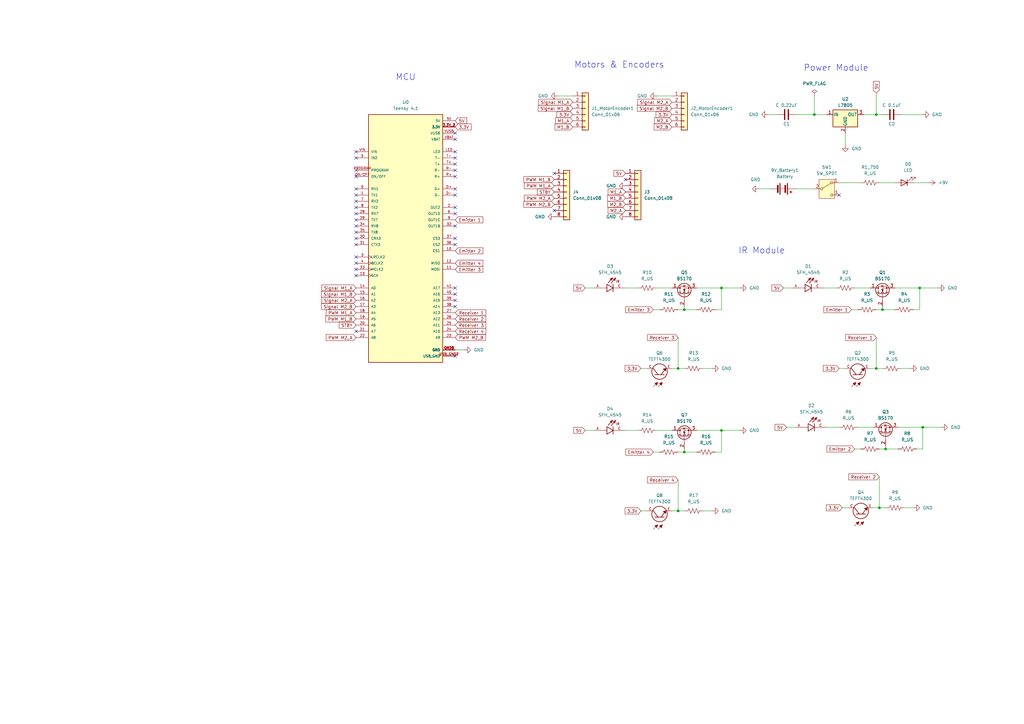
<source format=kicad_sch>
(kicad_sch (version 20250114) (generator "eeschema") (generator_version "9.0")
  (paper "A3")
  (lib_symbols
    (symbol "Connector_Generic:Conn_01x06" (pin_names (offset 1.016) (hide yes))
      (property "Reference" "J" (at 0 7.62 0))
      (property "Value" "Conn_01x06" (at 0 -10.16 0))
      (symbol "Conn_01x06_1_1"
        (pin passive line (at -5.08 5.08 0) (length 3.81) (name "Pin_1") (number "1"))
        (pin passive line (at -5.08 2.54 0) (length 3.81) (name "Pin_2") (number "2"))
        (pin passive line (at -5.08 0 0) (length 3.81) (name "Pin_3") (number "3"))
        (pin passive line (at -5.08 -2.54 0) (length 3.81) (name "Pin_4") (number "4"))
        (pin passive line (at -5.08 -5.08 0) (length 3.81) (name "Pin_5") (number "5"))
        (pin passive line (at -5.08 -7.62 0) (length 3.81) (name "Pin_6") (number "6"))
      )
    )
    (symbol "Connector_Generic:Conn_01x08" (pin_names (offset 1.016) (hide yes))
      (property "Reference" "J" (at 0 10.16 0))
      (property "Value" "Conn_01x08" (at 0 -12.7 0))
      (symbol "Conn_01x08_1_1"
        (pin passive line (at -5.08 7.62 0) (length 3.81) (name "Pin_1") (number "1"))
        (pin passive line (at -5.08 5.08 0) (length 3.81) (name "Pin_2") (number "2"))
        (pin passive line (at -5.08 2.54 0) (length 3.81) (name "Pin_3") (number "3"))
        (pin passive line (at -5.08 0 0) (length 3.81) (name "Pin_4") (number "4"))
        (pin passive line (at -5.08 -2.54 0) (length 3.81) (name "Pin_5") (number "5"))
        (pin passive line (at -5.08 -5.08 0) (length 3.81) (name "Pin_6") (number "6"))
        (pin passive line (at -5.08 -7.62 0) (length 3.81) (name "Pin_7") (number "7"))
        (pin passive line (at -5.08 -10.16 0) (length 3.81) (name "Pin_8") (number "8"))
      )
    )
    (symbol "Device:Battery" (pin_numbers (hide yes)) (pin_names (offset 0) (hide yes))
      (property "Reference" "BT" (at 2.54 2.54 0))
      (property "Value" "Battery" (at 2.54 0 0))
      (symbol "Battery_1_1"
        (pin passive line (at 0 5.08 270) (length 2.54) (name "+") (number "1"))
        (pin passive line (at 0 -5.08 90) (length 2.54) (name "-") (number "2"))
      )
    )
    (symbol "Device:C" (pin_numbers (hide yes)) (pin_names (offset 0.254))
      (property "Reference" "C" (at 0.635 2.54 0))
      (property "Value" "C" (at 0.635 -2.54 0))
      (symbol "C_1_1"
        (pin passive line (at 0 3.81 270) (length 2.794) (name "~") (number "1"))
        (pin passive line (at 0 -3.81 90) (length 2.794) (name "~") (number "2"))
      )
    )
    (symbol "Device:LED" (pin_numbers (hide yes)) (pin_names (offset 1.016) (hide yes))
      (property "Reference" "D" (at 0 2.54 0))
      (property "Value" "LED" (at 0 -2.54 0))
      (symbol "LED_1_1"
        (pin passive line (at -3.81 0 0) (length 2.54) (name "K") (number "1"))
        (pin passive line (at 3.81 0 180) (length 2.54) (name "A") (number "2"))
      )
    )
    (symbol "Device:R_US" (pin_numbers (hide yes)) (pin_names (offset 0))
      (property "Reference" "R" (at 2.54 0 90))
      (property "Value" "R_US" (at -2.54 0 90))
      (symbol "R_US_1_1"
        (pin passive line (at 0 3.81 270) (length 1.27) (name "~") (number "1"))
        (pin passive line (at 0 -3.81 90) (length 1.27) (name "~") (number "2"))
      )
    )
    (symbol "Regulator_Linear:L7805" (pin_names (offset 0.254))
      (property "Reference" "U" (at -3.81 3.175 0))
      (property "Value" "L7805" (at 0 3.175 0))
      (symbol "L7805_1_1"
        (pin power_in line (at -7.62 0 0) (length 2.54) (name "IN") (number "1"))
        (pin power_in line (at 0 -7.62 90) (length 2.54) (name "GND") (number "2"))
        (pin power_out line (at 7.62 0 180) (length 2.54) (name "OUT") (number "3"))
      )
    )
    (symbol "SFH_4545:SFH_4545" (pin_names (offset 1.016))
      (property "Reference" "D" (at -3.556 4.826 0))
      (property "Value" "SFH_4545" (at -3.556 -3.302 0))
      (symbol "SFH_4545_0_0"
        (text "IR" (at 1.016 2.032 0) (effects (font (size 1.016 1.016)) (justify left bottom)))
        (pin passive line (at -7.62 0 0) (length 2.54) (name "~") (number "A"))
        (pin passive line (at 5.08 0 180) (length 5.08) (name "~") (number "C"))
      )
    )
    (symbol "Switch:SW_SPDT" (pin_names (offset 0) (hide yes))
      (property "Reference" "SW" (at 0 5.08 0))
      (property "Value" "SW_SPDT" (at 0 -5.08 0))
      (symbol "SW_SPDT_1_1"
        (pin passive line (at -5.08 0 0) (length 2.54) (name "B") (number "2"))
        (pin passive line (at 5.08 2.54 180) (length 2.54) (name "A") (number "1"))
        (pin passive line (at 5.08 -2.54 180) (length 2.54) (name "C") (number "3"))
      )
    )
    (symbol "TEFT4300:TEFT4300" (pin_names (offset 1.016))
      (property "Reference" "Q" (at -10.1556 5.0822 0))
      (property "Value" "TEFT4300" (at -10.1508 -7.62 0))
      (symbol "TEFT4300_0_0"
        (pin passive line (at 2.54 5.08 270) (length 2.54) (name "~") (number "C"))
        (pin passive line (at 2.54 -5.08 90) (length 2.54) (name "~") (number "E"))
      )
    )
    (symbol "Teensy 4.1:DEV-16771" (pin_names (offset 1.016))
      (property "Reference" "U" (at -15.24 52.07 0))
      (property "Value" "DEV-16771" (at -15.24 -53.34 0))
      (symbol "DEV-16771_0_0"
        (pin input line (at -20.32 35.56 0) (length 5.08) (name "VIN") (number "VIN"))
        (pin bidirectional line (at -20.32 33.02 0) (length 5.08) (name "IN2") (number "5"))
        (pin bidirectional line (at -20.32 27.94 0) (length 5.08) (name "PROGRAM") (number "PROGRAM"))
        (pin bidirectional line (at -20.32 25.4 0) (length 5.08) (name "ON/OFF") (number "ON/OFF"))
        (pin bidirectional line (at -20.32 20.32 0) (length 5.08) (name "RX1") (number "0"))
        (pin bidirectional line (at -20.32 17.78 0) (length 5.08) (name "TX1") (number "1"))
        (pin bidirectional line (at -20.32 15.24 0) (length 5.08) (name "RX2") (number "7"))
        (pin bidirectional line (at -20.32 12.7 0) (length 5.08) (name "TX2") (number "8"))
        (pin bidirectional line (at -20.32 10.16 0) (length 5.08) (name "RX7") (number "28"))
        (pin bidirectional line (at -20.32 7.62 0) (length 5.08) (name "TX7") (number "29"))
        (pin bidirectional line (at -20.32 5.08 0) (length 5.08) (name "RX8") (number "34"))
        (pin bidirectional line (at -20.32 2.54 0) (length 5.08) (name "TX8") (number "35"))
        (pin bidirectional line (at -20.32 0 0) (length 5.08) (name "CRX3") (number "30"))
        (pin bidirectional line (at -20.32 -2.54 0) (length 5.08) (name "CTX3") (number "31"))
        (pin bidirectional clock (at -20.32 -7.62 0) (length 5.08) (name "LRCLK2") (number "3"))
        (pin bidirectional clock (at -20.32 -10.16 0) (length 5.08) (name "BCLK2") (number "4"))
        (pin bidirectional clock (at -20.32 -12.7 0) (length 5.08) (name "MCLK2") (number "33"))
        (pin bidirectional clock (at -20.32 -15.24 0) (length 5.08) (name "SCK") (number "13"))
        (pin bidirectional line (at -20.32 -20.32 0) (length 5.08) (name "A0") (number "14"))
        (pin bidirectional line (at -20.32 -22.86 0) (length 5.08) (name "A1") (number "15"))
        (pin bidirectional line (at -20.32 -25.4 0) (length 5.08) (name "A2") (number "16"))
        (pin bidirectional line (at -20.32 -27.94 0) (length 5.08) (name "A3") (number "17"))
        (pin bidirectional line (at -20.32 -30.48 0) (length 5.08) (name "A4") (number "18"))
        (pin bidirectional line (at -20.32 -33.02 0) (length 5.08) (name "A5") (number "19"))
        (pin bidirectional line (at -20.32 -35.56 0) (length 5.08) (name "A6") (number "20"))
        (pin bidirectional line (at -20.32 -38.1 0) (length 5.08) (name "A7") (number "21"))
        (pin bidirectional line (at -20.32 -40.64 0) (length 5.08) (name "A8") (number "22"))
        (pin power_in line (at 20.32 48.26 180) (length 5.08) (name "5V") (number "5V"))
        (pin power_in line (at 20.32 45.72 180) (length 5.08) (name "3.3V") (number "3.3V_1"))
        (pin power_in line (at 20.32 45.72 180) (length 5.08) (name "3.3V") (number "3.3V_2"))
        (pin power_in line (at 20.32 45.72 180) (length 5.08) (name "3.3V") (number "3.3V_3"))
        (pin passive line (at 20.32 43.18 180) (length 5.08) (name "VUSB") (number "VUSB"))
        (pin passive line (at 20.32 40.64 180) (length 5.08) (name "VBAT") (number "VBAT"))
        (pin bidirectional line (at 20.32 35.56 180) (length 5.08) (name "LED") (number "LED"))
        (pin bidirectional line (at 20.32 33.02 180) (length 5.08) (name "T-") (number "T-"))
        (pin bidirectional line (at 20.32 30.48 180) (length 5.08) (name "T+") (number "T+"))
        (pin bidirectional line (at 20.32 27.94 180) (length 5.08) (name "R-") (number "R-"))
        (pin bidirectional line (at 20.32 25.4 180) (length 5.08) (name "R+") (number "R+"))
        (pin bidirectional line (at 20.32 20.32 180) (length 5.08) (name "D+") (number "D+"))
        (pin bidirectional line (at 20.32 17.78 180) (length 5.08) (name "D-") (number "D-"))
        (pin output line (at 20.32 12.7 180) (length 5.08) (name "OUT2") (number "2"))
        (pin output line (at 20.32 10.16 180) (length 5.08) (name "OUT1D") (number "6"))
        (pin output line (at 20.32 7.62 180) (length 5.08) (name "OUT1C") (number "9"))
        (pin output line (at 20.32 5.08 180) (length 5.08) (name "OUT1B") (number "32"))
        (pin bidirectional line (at 20.32 0 180) (length 5.08) (name "CS3") (number "37"))
        (pin bidirectional line (at 20.32 -2.54 180) (length 5.08) (name "CS2") (number "36"))
        (pin bidirectional line (at 20.32 -5.08 180) (length 5.08) (name "CS1") (number "10"))
        (pin bidirectional line (at 20.32 -10.16 180) (length 5.08) (name "MISO") (number "12"))
        (pin bidirectional line (at 20.32 -12.7 180) (length 5.08) (name "MOSI") (number "11"))
        (pin bidirectional line (at 20.32 -20.32 180) (length 5.08) (name "A17") (number "41"))
        (pin bidirectional line (at 20.32 -22.86 180) (length 5.08) (name "A16") (number "40"))
        (pin bidirectional line (at 20.32 -25.4 180) (length 5.08) (name "A15") (number "39"))
        (pin bidirectional line (at 20.32 -27.94 180) (length 5.08) (name "A14") (number "38"))
        (pin bidirectional line (at 20.32 -30.48 180) (length 5.08) (name "A13") (number "27"))
        (pin bidirectional line (at 20.32 -33.02 180) (length 5.08) (name "A12") (number "26"))
        (pin bidirectional line (at 20.32 -35.56 180) (length 5.08) (name "A11") (number "25"))
        (pin bidirectional line (at 20.32 -38.1 180) (length 5.08) (name "A10") (number "24"))
        (pin bidirectional line (at 20.32 -40.64 180) (length 5.08) (name "A9") (number "23"))
        (pin power_in line (at 20.32 -45.72 180) (length 5.08) (name "GND") (number "GND1"))
        (pin power_in line (at 20.32 -45.72 180) (length 5.08) (name "GND") (number "GND2"))
        (pin power_in line (at 20.32 -45.72 180) (length 5.08) (name "GND") (number "GND3"))
        (pin power_in line (at 20.32 -45.72 180) (length 5.08) (name "GND") (number "GND4"))
        (pin power_in line (at 20.32 -45.72 180) (length 5.08) (name "GND") (number "GND5"))
        (pin power_in line (at 20.32 -48.26 180) (length 5.08) (name "USB_GND") (number "USB_GND1"))
        (pin power_in line (at 20.32 -48.26 180) (length 5.08) (name "USB_GND") (number "USB_GND2"))
      )
    )
    (symbol "Transistor_FET:BS170" (pin_names (hide yes))
      (property "Reference" "Q" (at 5.08 1.905 0))
      (property "Value" "BS170" (at 5.08 0 0))
      (symbol "BS170_1_1"
        (pin input line (at -5.08 0 0) (length 2.54) (name "G") (number "2"))
        (pin passive line (at 2.54 5.08 270) (length 2.54) (name "D") (number "1"))
        (pin passive line (at 2.54 -5.08 90) (length 2.54) (name "S") (number "3"))
      )
    )
    (symbol "power:+7.5V" (power) (pin_numbers (hide yes)) (pin_names (offset 0) (hide yes))
      (property "Value" "+7.5V" (at 0 3.556 0))
      (symbol "+7.5V_1_1"
        (pin power_in line (at 0 0 90) (length 0) (name "~") (number "1"))
      )
    )
    (symbol "power:GND" (power) (pin_numbers (hide yes)) (pin_names (offset 0) (hide yes))
      (property "Value" "GND" (at 0 -3.81 0))
      (symbol "GND_1_1"
        (pin power_in line (at 0 0 270) (length 0) (name "~") (number "1"))
      )
    )
    (symbol "power:PWR_FLAG" (power) (pin_numbers (hide yes)) (pin_names (offset 0) (hide yes))
      (property "Value" "PWR_FLAG" (at 0 3.81 0))
      (symbol "PWR_FLAG_0_0"
        (pin power_out line (at 0 0 90) (length 0) (name "~") (number "1"))
      )
    )
  )
  (text "Power Module" (at 342.9 27.94 0) (effects (font (size 2.54 2.54))))
  (text "IR Module" (at 312.42 102.87 0) (effects (font (size 2.54 2.54))))
  (text "MCU" (at 166.37 31.75 0) (effects (font (size 2.54 2.54))))
  (text "Motors & Encoders\n" (at 254 26.67 0) (effects (font (size 2.54 2.54))))
  (junction (at 295.91 118.11))
  (junction (at 295.91 176.53))
  (junction (at 363.22 184.15))
  (junction (at 360.68 208.28))
  (junction (at 334.01 46.99))
  (junction (at 361.95 127))
  (junction (at 280.67 185.42))
  (junction (at 278.13 151.13))
  (junction (at 359.41 46.99))
  (junction (at 378.46 175.26))
  (junction (at 377.19 118.11))
  (junction (at 278.13 209.55))
  (junction (at 359.41 151.13))
  (junction (at 280.67 127))
  (no_connect (at 186.69 123.19))
  (no_connect (at 146.05 92.71))
  (no_connect (at 146.05 64.77))
  (no_connect (at 344.17 80.01))
  (no_connect (at 186.69 64.77))
  (no_connect (at 146.05 80.01))
  (no_connect (at 186.69 77.47))
  (no_connect (at 186.69 67.31))
  (no_connect (at 186.69 54.61))
  (no_connect (at 146.05 100.33))
  (no_connect (at 146.05 90.17))
  (no_connect (at 186.69 87.63))
  (no_connect (at 186.69 92.71))
  (no_connect (at 146.05 97.79))
  (no_connect (at 146.05 69.85))
  (no_connect (at 146.05 72.39))
  (no_connect (at 146.05 135.89))
  (no_connect (at 186.69 85.09))
  (no_connect (at 186.69 62.23))
  (no_connect (at 186.69 146.05))
  (no_connect (at 146.05 113.03))
  (no_connect (at 146.05 107.95))
  (no_connect (at 146.05 85.09))
  (no_connect (at 146.05 82.55))
  (no_connect (at 146.05 105.41))
  (no_connect (at 186.69 57.15))
  (no_connect (at 146.05 95.25))
  (no_connect (at 186.69 97.79))
  (no_connect (at 256.54 73.66))
  (no_connect (at 227.33 71.12))
  (no_connect (at 186.69 80.01))
  (no_connect (at 146.05 77.47))
  (no_connect (at 227.33 86.36))
  (no_connect (at 186.69 120.65))
  (no_connect (at 146.05 62.23))
  (no_connect (at 186.69 125.73))
  (no_connect (at 186.69 118.11))
  (no_connect (at 146.05 110.49))
  (no_connect (at 186.69 100.33))
  (no_connect (at 186.69 69.85))
  (no_connect (at 186.69 72.39))
  (no_connect (at 146.05 87.63))
  (wire (pts (xy 334.01 39.37) (xy 334.01 46.99)))
  (wire (pts (xy 270.51 185.42) (xy 267.97 185.42)))
  (wire (pts (xy 293.37 185.42) (xy 295.91 185.42)))
  (wire (pts (xy 375.92 184.15) (xy 378.46 184.15)))
  (wire (pts (xy 359.41 151.13) (xy 361.95 151.13)))
  (wire (pts (xy 345.44 208.28) (xy 347.98 208.28)))
  (wire (pts (xy 285.75 118.11) (xy 295.91 118.11)))
  (wire (pts (xy 356.87 151.13) (xy 359.41 151.13)))
  (wire (pts (xy 374.65 74.93) (xy 381 74.93)))
  (wire (pts (xy 378.46 175.26) (xy 386.08 175.26)))
  (wire (pts (xy 359.41 46.99) (xy 361.95 46.99)))
  (wire (pts (xy 295.91 176.53) (xy 303.53 176.53)))
  (wire (pts (xy 288.29 209.55) (xy 292.1 209.55)))
  (wire (pts (xy 240.03 176.53) (xy 243.84 176.53)))
  (wire (pts (xy 280.67 127) (xy 278.13 127)))
  (wire (pts (xy 363.22 184.15) (xy 360.68 184.15)))
  (wire (pts (xy 278.13 138.43) (xy 278.13 151.13)))
  (wire (pts (xy 293.37 127) (xy 295.91 127)))
  (wire (pts (xy 361.95 127) (xy 367.03 127)))
  (wire (pts (xy 278.13 151.13) (xy 280.67 151.13)))
  (wire (pts (xy 269.24 176.53) (xy 275.59 176.53)))
  (wire (pts (xy 269.24 39.37) (xy 275.59 39.37)))
  (wire (pts (xy 295.91 118.11) (xy 303.53 118.11)))
  (wire (pts (xy 360.68 195.58) (xy 360.68 208.28)))
  (wire (pts (xy 270.51 127) (xy 267.97 127)))
  (wire (pts (xy 334.01 46.99) (xy 339.09 46.99)))
  (wire (pts (xy 358.14 208.28) (xy 360.68 208.28)))
  (wire (pts (xy 285.75 176.53) (xy 295.91 176.53)))
  (wire (pts (xy 280.67 127) (xy 285.75 127)))
  (wire (pts (xy 280.67 185.42) (xy 285.75 185.42)))
  (wire (pts (xy 377.19 118.11) (xy 377.19 127)))
  (wire (pts (xy 275.59 151.13) (xy 278.13 151.13)))
  (wire (pts (xy 367.03 118.11) (xy 377.19 118.11)))
  (wire (pts (xy 280.67 185.42) (xy 278.13 185.42)))
  (wire (pts (xy 346.71 59.69) (xy 346.71 54.61)))
  (wire (pts (xy 337.82 118.11) (xy 342.9 118.11)))
  (wire (pts (xy 311.15 77.47) (xy 316.23 77.47)))
  (wire (pts (xy 374.65 127) (xy 377.19 127)))
  (wire (pts (xy 288.29 151.13) (xy 292.1 151.13)))
  (wire (pts (xy 295.91 176.53) (xy 295.91 185.42)))
  (wire (pts (xy 344.17 151.13) (xy 346.71 151.13)))
  (wire (pts (xy 228.6 39.37) (xy 234.95 39.37)))
  (wire (pts (xy 322.58 175.26) (xy 326.39 175.26)))
  (wire (pts (xy 353.06 184.15) (xy 350.52 184.15)))
  (wire (pts (xy 359.41 138.43) (xy 359.41 151.13)))
  (wire (pts (xy 361.95 127) (xy 359.41 127)))
  (wire (pts (xy 186.69 143.51) (xy 190.5 143.51)))
  (wire (pts (xy 240.03 118.11) (xy 243.84 118.11)))
  (wire (pts (xy 326.39 77.47) (xy 334.01 77.47)))
  (wire (pts (xy 369.57 46.99) (xy 378.46 46.99)))
  (wire (pts (xy 378.46 175.26) (xy 378.46 184.15)))
  (wire (pts (xy 360.68 74.93) (xy 367.03 74.93)))
  (wire (pts (xy 280.67 125.73) (xy 280.67 127)))
  (wire (pts (xy 256.54 176.53) (xy 261.62 176.53)))
  (wire (pts (xy 368.3 175.26) (xy 378.46 175.26)))
  (wire (pts (xy 262.89 209.55) (xy 265.43 209.55)))
  (wire (pts (xy 321.31 118.11) (xy 325.12 118.11)))
  (wire (pts (xy 318.77 46.99) (xy 314.96 46.99)))
  (wire (pts (xy 275.59 209.55) (xy 278.13 209.55)))
  (wire (pts (xy 262.89 151.13) (xy 265.43 151.13)))
  (wire (pts (xy 377.19 118.11) (xy 384.81 118.11)))
  (wire (pts (xy 339.09 175.26) (xy 344.17 175.26)))
  (wire (pts (xy 350.52 118.11) (xy 356.87 118.11)))
  (wire (pts (xy 280.67 184.15) (xy 280.67 185.42)))
  (wire (pts (xy 369.57 151.13) (xy 373.38 151.13)))
  (wire (pts (xy 351.79 127) (xy 349.25 127)))
  (wire (pts (xy 269.24 118.11) (xy 275.59 118.11)))
  (wire (pts (xy 370.84 208.28) (xy 374.65 208.28)))
  (wire (pts (xy 363.22 184.15) (xy 368.3 184.15)))
  (wire (pts (xy 354.33 46.99) (xy 359.41 46.99)))
  (wire (pts (xy 351.79 175.26) (xy 358.14 175.26)))
  (wire (pts (xy 326.39 46.99) (xy 334.01 46.99)))
  (wire (pts (xy 359.41 38.1) (xy 359.41 46.99)))
  (wire (pts (xy 363.22 182.88) (xy 363.22 184.15)))
  (wire (pts (xy 278.13 196.85) (xy 278.13 209.55)))
  (wire (pts (xy 360.68 208.28) (xy 363.22 208.28)))
  (wire (pts (xy 278.13 209.55) (xy 280.67 209.55)))
  (wire (pts (xy 361.95 125.73) (xy 361.95 127)))
  (wire (pts (xy 295.91 118.11) (xy 295.91 127)))
  (wire (pts (xy 344.17 74.93) (xy 353.06 74.93)))
  (wire (pts (xy 256.54 118.11) (xy 261.62 118.11)))
  (global_label "Signal M1_A" (shape input) (at 146.05 118.11 180) (property "Intersheetrefs" "${INTERSHEET_REFS}" (effects (hide yes))))
  (global_label "M2_A" (shape input) (at 256.54 86.36 180) (property "Intersheetrefs" "${INTERSHEET_REFS}" (effects (hide yes))))
  (global_label "5V" (shape input) (at 256.54 71.12 180) (property "Intersheetrefs" "${INTERSHEET_REFS}" (effects (hide yes))))
  (global_label "Receiver 2" (shape input) (at 360.68 195.58 180) (property "Intersheetrefs" "${INTERSHEET_REFS}" (effects (hide yes))))
  (global_label "Receiver 4" (shape input) (at 186.69 135.89 0) (property "Intersheetrefs" "${INTERSHEET_REFS}" (effects (hide yes))))
  (global_label "3.3V" (shape input) (at 344.17 151.13 180) (property "Intersheetrefs" "${INTERSHEET_REFS}" (effects (hide yes))))
  (global_label "3.3V" (shape input) (at 262.89 151.13 180) (property "Intersheetrefs" "${INTERSHEET_REFS}" (effects (hide yes))))
  (global_label "PWM M2_A" (shape input) (at 146.05 138.43 180) (property "Intersheetrefs" "${INTERSHEET_REFS}" (effects (hide yes))))
  (global_label "M1_B" (shape input) (at 234.95 52.07 180) (property "Intersheetrefs" "${INTERSHEET_REFS}" (effects (hide yes))))
  (global_label "3.3V" (shape input) (at 275.59 46.99 180) (property "Intersheetrefs" "${INTERSHEET_REFS}" (effects (hide yes))))
  (global_label "Signal M2_A" (shape input) (at 146.05 123.19 180) (property "Intersheetrefs" "${INTERSHEET_REFS}" (effects (hide yes))))
  (global_label "Emitter 3" (shape input) (at 267.97 127 180) (property "Intersheetrefs" "${INTERSHEET_REFS}" (effects (hide yes))))
  (global_label "PWM M2_B" (shape input) (at 227.33 83.82 180) (property "Intersheetrefs" "${INTERSHEET_REFS}" (effects (hide yes))))
  (global_label "Receiver 1" (shape input) (at 359.41 138.43 180) (property "Intersheetrefs" "${INTERSHEET_REFS}" (effects (hide yes))))
  (global_label "5V" (shape input) (at 240.03 118.11 180) (property "Intersheetrefs" "${INTERSHEET_REFS}" (effects (hide yes))))
  (global_label "Signal M1_B" (shape input) (at 146.05 120.65 180) (property "Intersheetrefs" "${INTERSHEET_REFS}" (effects (hide yes))))
  (global_label "M2_B" (shape input) (at 275.59 52.07 180) (property "Intersheetrefs" "${INTERSHEET_REFS}" (effects (hide yes))))
  (global_label "PWM M2_B" (shape input) (at 186.69 138.43 0) (property "Intersheetrefs" "${INTERSHEET_REFS}" (effects (hide yes))))
  (global_label "5V" (shape input) (at 186.69 49.53 0) (property "Intersheetrefs" "${INTERSHEET_REFS}" (effects (hide yes))))
  (global_label "STBY" (shape input) (at 146.05 133.35 180) (property "Intersheetrefs" "${INTERSHEET_REFS}" (effects (hide yes))))
  (global_label "M1_B" (shape input) (at 256.54 81.28 180) (property "Intersheetrefs" "${INTERSHEET_REFS}" (effects (hide yes))))
  (global_label "5V" (shape input) (at 240.03 176.53 180) (property "Intersheetrefs" "${INTERSHEET_REFS}" (effects (hide yes))))
  (global_label "M1_A" (shape input) (at 256.54 78.74 180) (property "Intersheetrefs" "${INTERSHEET_REFS}" (effects (hide yes))))
  (global_label "Emitter 3" (shape input) (at 186.69 110.49 0) (property "Intersheetrefs" "${INTERSHEET_REFS}" (effects (hide yes))))
  (global_label "PWM M1_B" (shape input) (at 227.33 73.66 180) (property "Intersheetrefs" "${INTERSHEET_REFS}" (effects (hide yes))))
  (global_label "3.3V" (shape input) (at 262.89 209.55 180) (property "Intersheetrefs" "${INTERSHEET_REFS}" (effects (hide yes))))
  (global_label "3.3V" (shape input) (at 345.44 208.28 180) (property "Intersheetrefs" "${INTERSHEET_REFS}" (effects (hide yes))))
  (global_label "Signal M1_B" (shape input) (at 234.95 44.45 180) (property "Intersheetrefs" "${INTERSHEET_REFS}" (effects (hide yes))))
  (global_label "Emitter 4" (shape input) (at 186.69 107.95 0) (property "Intersheetrefs" "${INTERSHEET_REFS}" (effects (hide yes))))
  (global_label "M2_A" (shape input) (at 275.59 49.53 180) (property "Intersheetrefs" "${INTERSHEET_REFS}" (effects (hide yes))))
  (global_label "5V" (shape input) (at 359.41 38.1 90) (property "Intersheetrefs" "${INTERSHEET_REFS}" (effects (hide yes))))
  (global_label "3.3V" (shape input) (at 234.95 46.99 180) (property "Intersheetrefs" "${INTERSHEET_REFS}" (effects (hide yes))))
  (global_label "Signal M2_B" (shape input) (at 146.05 125.73 180) (property "Intersheetrefs" "${INTERSHEET_REFS}" (effects (hide yes))))
  (global_label "PWM M1_A" (shape input) (at 146.05 128.27 180) (property "Intersheetrefs" "${INTERSHEET_REFS}" (effects (hide yes))))
  (global_label "M2_B" (shape input) (at 256.54 83.82 180) (property "Intersheetrefs" "${INTERSHEET_REFS}" (effects (hide yes))))
  (global_label "Receiver 2" (shape input) (at 186.69 130.81 0) (property "Intersheetrefs" "${INTERSHEET_REFS}" (effects (hide yes))))
  (global_label "Emitter 1" (shape input) (at 349.25 127 180) (property "Intersheetrefs" "${INTERSHEET_REFS}" (effects (hide yes))))
  (global_label "Signal M2_B" (shape input) (at 275.59 44.45 180) (property "Intersheetrefs" "${INTERSHEET_REFS}" (effects (hide yes))))
  (global_label "Receiver 1" (shape input) (at 186.69 128.27 0) (property "Intersheetrefs" "${INTERSHEET_REFS}" (effects (hide yes))))
  (global_label "3.3V" (shape input) (at 186.69 52.07 0) (property "Intersheetrefs" "${INTERSHEET_REFS}" (effects (hide yes))))
  (global_label "PWM M2_A" (shape input) (at 227.33 81.28 180) (property "Intersheetrefs" "${INTERSHEET_REFS}" (effects (hide yes))))
  (global_label "M1_A" (shape input) (at 234.95 49.53 180) (property "Intersheetrefs" "${INTERSHEET_REFS}" (effects (hide yes))))
  (global_label "Emitter 1" (shape input) (at 186.69 90.17 0) (property "Intersheetrefs" "${INTERSHEET_REFS}" (effects (hide yes))))
  (global_label "Receiver 4" (shape input) (at 278.13 196.85 180) (property "Intersheetrefs" "${INTERSHEET_REFS}" (effects (hide yes))))
  (global_label "Receiver 3" (shape input) (at 278.13 138.43 180) (property "Intersheetrefs" "${INTERSHEET_REFS}" (effects (hide yes))))
  (global_label "Signal M2_A" (shape input) (at 275.59 41.91 180) (property "Intersheetrefs" "${INTERSHEET_REFS}" (effects (hide yes))))
  (global_label "PWM M1_B" (shape input) (at 146.05 130.81 180) (property "Intersheetrefs" "${INTERSHEET_REFS}" (effects (hide yes))))
  (global_label "Receiver 3" (shape input) (at 186.69 133.35 0) (property "Intersheetrefs" "${INTERSHEET_REFS}" (effects (hide yes))))
  (global_label "5V" (shape input) (at 322.58 175.26 180) (property "Intersheetrefs" "${INTERSHEET_REFS}" (effects (hide yes))))
  (global_label "Signal M1_A" (shape input) (at 234.95 41.91 180) (property "Intersheetrefs" "${INTERSHEET_REFS}" (effects (hide yes))))
  (global_label "Emitter 2" (shape input) (at 350.52 184.15 180) (property "Intersheetrefs" "${INTERSHEET_REFS}" (effects (hide yes))))
  (global_label "Emitter 4" (shape input) (at 267.97 185.42 180) (property "Intersheetrefs" "${INTERSHEET_REFS}" (effects (hide yes))))
  (global_label "5V" (shape input) (at 321.31 118.11 180) (property "Intersheetrefs" "${INTERSHEET_REFS}" (effects (hide yes))))
  (global_label "Emitter 2" (shape input) (at 186.69 102.87 0) (property "Intersheetrefs" "${INTERSHEET_REFS}" (effects (hide yes))))
  (global_label "PWM M1_A" (shape input) (at 227.33 76.2 180) (property "Intersheetrefs" "${INTERSHEET_REFS}" (effects (hide yes))))
  (global_label "STBY" (shape input) (at 227.33 78.74 180) (property "Intersheetrefs" "${INTERSHEET_REFS}" (effects (hide yes))))
  (symbol (lib_id "TEFT4300:TEFT4300") (at 353.06 210.82 90) (unit 1)
    (property "Reference" "Q4" (at 353.06 201.93 90))
    (property "Value" "TEFT4300" (at 353.06 204.47 90))
    (property "Footprint" "TEFT4300:XDCR_TEFT4300" (effects (hide yes)))
    (property "MF" "Vishay Semiconductor" (effects (hide yes)))
    (property "MAXIMUM_PACKAGE_HEIGHT" "6.10mm" (effects (hide yes)))
    (property "PACKAGE" "Radial Vishay" (effects (hide yes)))
    (property "Price" "None" (effects (hide yes)))
    (property "Package" "None" (effects (hide yes)))
    (property "Check_prices" "https://www.snapeda.com/parts/TEFT4300/Vishay/view-part/?ref=eda" (effects (hide yes)))
    (property "SnapEDA_Link" "https://www.snapeda.com/parts/TEFT4300/Vishay/view-part/?ref=snap" (effects (hide yes)))
    (property "MP" "TEFT4300" (effects (hide yes)))
    (property "Availability" "In Stock" (effects (hide yes)))
    (property "Description_1" "Phototransistors 925nm Top View Radial, 3mm Dia (T-1)" (effects (hide yes)))
  )
  (symbol (lib_id "Device:C") (at 365.76 46.99 90) (unit 1)
    (property "Reference" "C2" (at 365.76 50.8 90))
    (property "Value" "C 0.1uF" (at 365.76 43.18 90))
    (property "Footprint" "Capacitor_SMD:C_0805_2012Metric_Pad1.18x1.45mm_HandSolder" (effects (hide yes)))
    (property "Description" "Unpolarized capacitor" (effects (hide yes)))
  )
  (symbol (lib_id "power:GND") (at 378.46 46.99 90) (unit 1)
    (property "Reference" "#PWR03" (effects (hide yes)))
    (property "Value" "GND" (at 382.27 46.9899 90) (effects (justify right)))
    (property "Description" "Power symbol creates a global label with name \"GND\" , ground" (effects (hide yes)))
  )
  (symbol (lib_id "Device:LED") (at 370.84 74.93 180) (unit 1)
    (property "Reference" "D0" (at 372.4275 67.31 0))
    (property "Value" "LED" (at 372.4275 69.85 0))
    (property "Footprint" "LED_THT:LED_D5.0mm_Clear" (effects (hide yes)))
    (property "Description" "Light emitting diode" (effects (hide yes)))
    (property "Sim.Pins" "1=K 2=A" (effects (hide yes)))
  )
  (symbol (lib_id "Device:R_US") (at 289.56 127 90) (unit 1)
    (property "Reference" "R12" (at 289.56 120.65 90))
    (property "Value" "R_US" (at 289.56 123.19 90))
    (property "Footprint" "Resistor_SMD:R_0805_2012Metric_Pad1.20x1.40mm_HandSolder" (effects (hide yes)))
    (property "Description" "Resistor, US symbol" (effects (hide yes)))
  )
  (symbol (lib_id "power:GND") (at 190.5 143.51 90) (unit 1)
    (property "Reference" "#PWR05" (effects (hide yes)))
    (property "Value" "GND" (at 194.31 143.5099 90) (effects (justify right)))
    (property "Description" "Power symbol creates a global label with name \"GND\" , ground" (effects (hide yes)))
  )
  (symbol (lib_id "Device:R_US") (at 284.48 151.13 90) (unit 1)
    (property "Reference" "R13" (at 284.48 144.78 90))
    (property "Value" "R_US" (at 284.48 147.32 90))
    (property "Footprint" "Resistor_SMD:R_0805_2012Metric_Pad1.20x1.40mm_HandSolder" (effects (hide yes)))
    (property "Description" "Resistor, US symbol" (effects (hide yes)))
  )
  (symbol (lib_id "Device:R_US") (at 346.71 118.11 90) (unit 1)
    (property "Reference" "R2" (at 346.71 111.76 90))
    (property "Value" "R_US" (at 346.71 114.3 90))
    (property "Footprint" "Resistor_SMD:R_0805_2012Metric_Pad1.20x1.40mm_HandSolder" (effects (hide yes)))
    (property "Description" "Resistor, US symbol" (effects (hide yes)))
  )
  (symbol (lib_id "Device:R_US") (at 372.11 184.15 90) (unit 1)
    (property "Reference" "R8" (at 372.11 177.8 90))
    (property "Value" "R_US" (at 372.11 180.34 90))
    (property "Footprint" "Resistor_SMD:R_0805_2012Metric_Pad1.20x1.40mm_HandSolder" (effects (hide yes)))
    (property "Description" "Resistor, US symbol" (effects (hide yes)))
  )
  (symbol (lib_id "Device:R_US") (at 274.32 185.42 90) (unit 1)
    (property "Reference" "R15" (at 274.32 179.07 90))
    (property "Value" "R_US" (at 274.32 181.61 90))
    (property "Footprint" "Resistor_SMD:R_0805_2012Metric_Pad1.20x1.40mm_HandSolder" (effects (hide yes)))
    (property "Description" "Resistor, US symbol" (effects (hide yes)))
  )
  (symbol (lib_id "Switch:SW_SPDT") (at 339.09 77.47 0) (unit 1)
    (property "Reference" "SW1" (at 339.09 68.58 0))
    (property "Value" "SW_SPDT" (at 339.09 71.12 0))
    (property "Footprint" "Button_Switch_SMD:SW_SPDT_CK_JS102011SAQN" (effects (hide yes)))
    (property "Description" "Switch, single pole double throw" (effects (hide yes)))
  )
  (symbol (lib_id "SFH_4545:SFH_4545") (at 251.46 118.11 0) (unit 1)
    (property "Reference" "D3" (at 250.2287 109.22 0))
    (property "Value" "SFH_4545" (at 250.2287 111.76 0))
    (property "Footprint" "SFH_4545:DIO_SFH_4545" (effects (hide yes)))
    (property "MF" "OSRAM Opto" (effects (hide yes)))
    (property "Description_1" "Infrared (IR) Emitter 950nm 1.5V 100mA 550mW/sr @ 100mA 10° Radial" (effects (hide yes)))
    (property "Package" "None" (effects (hide yes)))
    (property "Price" "None" (effects (hide yes)))
    (property "Check_prices" "https://www.snapeda.com/parts/SFH%204545/OSRAM/view-part/?ref=eda" (effects (hide yes)))
    (property "STANDARD" "Manufacturer Recommendations" (effects (hide yes)))
    (property "PARTREV" "1.5" (effects (hide yes)))
    (property "SnapEDA_Link" "https://www.snapeda.com/parts/SFH%204545/OSRAM/view-part/?ref=snap" (effects (hide yes)))
    (property "MP" "SFH 4545" (effects (hide yes)))
    (property "Availability" "In Stock" (effects (hide yes)))
    (property "MANUFACTURER" "OSRAM" (effects (hide yes)))
  )
  (symbol (lib_id "Device:R_US") (at 265.43 118.11 90) (unit 1)
    (property "Reference" "R10" (at 265.43 111.76 90))
    (property "Value" "R_US" (at 265.43 114.3 90))
    (property "Footprint" "Resistor_SMD:R_0805_2012Metric_Pad1.20x1.40mm_HandSolder" (effects (hide yes)))
    (property "Description" "Resistor, US symbol" (effects (hide yes)))
  )
  (symbol (lib_id "Transistor_FET:BS170") (at 280.67 179.07 90) (unit 1)
    (property "Reference" "Q7" (at 280.67 170.18 90))
    (property "Value" "BS170" (at 280.67 172.72 90))
    (property "Footprint" "Package_TO_SOT_THT:TO-92_Inline" (effects (hide yes)))
    (property "Datasheet" "https://www.onsemi.com/pub/Collateral/BS170-D.PDF" (effects (hide yes)))
    (property "Description" "0.5A Id, 60V Vds, N-Channel MOSFET, TO-92" (effects (hide yes)))
  )
  (symbol (lib_id "power:+7.5V") (at 381 74.93 270) (unit 1)
    (property "Reference" "#PWR07" (effects (hide yes)))
    (property "Value" "+9V" (at 384.81 74.9299 90) (effects (justify left)))
    (property "Description" "Power symbol creates a global label with name \"+7.5V\"" (effects (hide yes)))
  )
  (symbol (lib_id "Device:R_US") (at 370.84 127 90) (unit 1)
    (property "Reference" "R4" (at 370.84 120.65 90))
    (property "Value" "R_US" (at 370.84 123.19 90))
    (property "Footprint" "Resistor_SMD:R_0805_2012Metric_Pad1.20x1.40mm_HandSolder" (effects (hide yes)))
    (property "Description" "Resistor, US symbol" (effects (hide yes)))
  )
  (symbol (lib_id "power:GND") (at 227.33 88.9 270) (unit 1)
    (property "Reference" "#PWR019" (effects (hide yes)))
    (property "Value" "GND" (at 223.52 88.8999 90) (effects (justify right)))
    (property "Description" "Power symbol creates a global label with name \"GND\" , ground" (effects (hide yes)))
  )
  (symbol (lib_id "Connector_Generic:Conn_01x06") (at 240.03 44.45 0) (unit 1)
    (property "Reference" "J1_MotorEncoder1" (at 242.57 44.4499 0) (effects (justify left)))
    (property "Value" "Conn_01x06" (at 242.57 46.9899 0) (effects (justify left)))
    (property "Footprint" "Connector_PinHeader_2.54mm:PinHeader_1x06_P2.54mm_Horizontal" (effects (hide yes)))
    (property "Description" "Generic connector, single row, 01x06, script generated (kicad-library-utils/schlib/autogen/connector/)" (effects (hide yes)))
  )
  (symbol (lib_id "power:GND") (at 256.54 76.2 270) (unit 1)
    (property "Reference" "#PWR021" (effects (hide yes)))
    (property "Value" "GND" (at 252.73 76.1999 90) (effects (justify right)))
    (property "Description" "Power symbol creates a global label with name \"GND\" , ground" (effects (hide yes)))
  )
  (symbol (lib_id "power:GND") (at 256.54 88.9 270) (unit 1)
    (property "Reference" "#PWR020" (effects (hide yes)))
    (property "Value" "GND" (at 252.73 88.8999 90) (effects (justify right)))
    (property "Description" "Power symbol creates a global label with name \"GND\" , ground" (effects (hide yes)))
  )
  (symbol (lib_id "SFH_4545:SFH_4545") (at 332.74 118.11 0) (unit 1)
    (property "Reference" "D1" (at 331.5087 109.22 0))
    (property "Value" "SFH_4545" (at 331.5087 111.76 0))
    (property "Footprint" "SFH_4545:DIO_SFH_4545" (effects (hide yes)))
    (property "MF" "OSRAM Opto" (effects (hide yes)))
    (property "Description_1" "Infrared (IR) Emitter 950nm 1.5V 100mA 550mW/sr @ 100mA 10° Radial" (effects (hide yes)))
    (property "Package" "None" (effects (hide yes)))
    (property "Price" "None" (effects (hide yes)))
    (property "Check_prices" "https://www.snapeda.com/parts/SFH%204545/OSRAM/view-part/?ref=eda" (effects (hide yes)))
    (property "STANDARD" "Manufacturer Recommendations" (effects (hide yes)))
    (property "PARTREV" "1.5" (effects (hide yes)))
    (property "SnapEDA_Link" "https://www.snapeda.com/parts/SFH%204545/OSRAM/view-part/?ref=snap" (effects (hide yes)))
    (property "MP" "SFH 4545" (effects (hide yes)))
    (property "Availability" "In Stock" (effects (hide yes)))
    (property "MANUFACTURER" "OSRAM" (effects (hide yes)))
  )
  (symbol (lib_id "SFH_4545:SFH_4545") (at 251.46 176.53 0) (unit 1)
    (property "Reference" "D4" (at 250.2287 167.64 0))
    (property "Value" "SFH_4545" (at 250.2287 170.18 0))
    (property "Footprint" "SFH_4545:DIO_SFH_4545" (effects (hide yes)))
    (property "MF" "OSRAM Opto" (effects (hide yes)))
    (property "Description_1" "Infrared (IR) Emitter 950nm 1.5V 100mA 550mW/sr @ 100mA 10° Radial" (effects (hide yes)))
    (property "Package" "None" (effects (hide yes)))
    (property "Price" "None" (effects (hide yes)))
    (property "Check_prices" "https://www.snapeda.com/parts/SFH%204545/OSRAM/view-part/?ref=eda" (effects (hide yes)))
    (property "STANDARD" "Manufacturer Recommendations" (effects (hide yes)))
    (property "PARTREV" "1.5" (effects (hide yes)))
    (property "SnapEDA_Link" "https://www.snapeda.com/parts/SFH%204545/OSRAM/view-part/?ref=snap" (effects (hide yes)))
    (property "MP" "SFH 4545" (effects (hide yes)))
    (property "Availability" "In Stock" (effects (hide yes)))
    (property "MANUFACTURER" "OSRAM" (effects (hide yes)))
  )
  (symbol (lib_id "Teensy 4.1:DEV-16771") (at 166.37 97.79 0) (unit 1)
    (property "Reference" "U0" (at 166.37 41.91 0))
    (property "Value" "Teensy 4.1" (at 166.37 44.45 0))
    (property "Footprint" "DEV-16771:MODULE_DEV-16771" (effects (hide yes)))
    (property "MF" "SparkFun Electronics" (effects (hide yes)))
    (property "MAXIMUM_PACKAGE_HEIGHT" "4.07mm" (effects (hide yes)))
    (property "Package" "None" (effects (hide yes)))
    (property "Price" "None" (effects (hide yes)))
    (property "Check_prices" "https://www.snapeda.com/parts/DEV-16771/SparkFun/view-part/?ref=eda" (effects (hide yes)))
    (property "STANDARD" "Manufacturer recommendations" (effects (hide yes)))
    (property "PARTREV" "4.1" (effects (hide yes)))
    (property "SnapEDA_Link" "https://www.snapeda.com/parts/DEV-16771/SparkFun/view-part/?ref=snap" (effects (hide yes)))
    (property "MP" "DEV-16771" (effects (hide yes)))
    (property "Description_1" "RT1062 Teensy 4.1 series ARM® Cortex®-M7 MPU Embedded Evaluation Board" (effects (hide yes)))
    (property "Availability" "In Stock" (effects (hide yes)))
    (property "MANUFACTURER" "SparkFun Electronics" (effects (hide yes)))
  )
  (symbol (lib_id "power:GND") (at 303.53 118.11 90) (unit 1)
    (property "Reference" "#PWR011" (effects (hide yes)))
    (property "Value" "GND" (at 307.34 118.1099 90) (effects (justify right)))
    (property "Description" "Power symbol creates a global label with name \"GND\" , ground" (effects (hide yes)))
  )
  (symbol (lib_id "Device:R_US") (at 274.32 127 90) (unit 1)
    (property "Reference" "R11" (at 274.32 120.65 90))
    (property "Value" "R_US" (at 274.32 123.19 90))
    (property "Footprint" "Resistor_SMD:R_0805_2012Metric_Pad1.20x1.40mm_HandSolder" (effects (hide yes)))
    (property "Description" "Resistor, US symbol" (effects (hide yes)))
  )
  (symbol (lib_id "SFH_4545:SFH_4545") (at 334.01 175.26 0) (unit 1)
    (property "Reference" "D2" (at 332.7787 166.37 0))
    (property "Value" "SFH_4545" (at 332.7787 168.91 0))
    (property "Footprint" "SFH_4545:DIO_SFH_4545" (effects (hide yes)))
    (property "MF" "OSRAM Opto" (effects (hide yes)))
    (property "Description_1" "Infrared (IR) Emitter 950nm 1.5V 100mA 550mW/sr @ 100mA 10° Radial" (effects (hide yes)))
    (property "Package" "None" (effects (hide yes)))
    (property "Price" "None" (effects (hide yes)))
    (property "Check_prices" "https://www.snapeda.com/parts/SFH%204545/OSRAM/view-part/?ref=eda" (effects (hide yes)))
    (property "STANDARD" "Manufacturer Recommendations" (effects (hide yes)))
    (property "PARTREV" "1.5" (effects (hide yes)))
    (property "SnapEDA_Link" "https://www.snapeda.com/parts/SFH%204545/OSRAM/view-part/?ref=snap" (effects (hide yes)))
    (property "MP" "SFH 4545" (effects (hide yes)))
    (property "Availability" "In Stock" (effects (hide yes)))
    (property "MANUFACTURER" "OSRAM" (effects (hide yes)))
  )
  (symbol (lib_id "Device:Battery") (at 321.31 77.47 270) (unit 1)
    (property "Reference" "9V_Battery1" (at 321.8815 69.85 90))
    (property "Value" "Battery" (at 321.8815 72.39 90))
    (property "Footprint" "Battery:BatteryHolder_MPD_BC12AAPC_2xAA" (effects (hide yes)))
    (property "Description" "Multiple-cell battery" (effects (hide yes)))
  )
  (symbol (lib_id "TEFT4300:TEFT4300") (at 270.51 153.67 90) (unit 1)
    (property "Reference" "Q6" (at 270.51 144.78 90))
    (property "Value" "TEFT4300" (at 270.51 147.32 90))
    (property "Footprint" "TEFT4300:XDCR_TEFT4300" (effects (hide yes)))
    (property "MF" "Vishay Semiconductor" (effects (hide yes)))
    (property "MAXIMUM_PACKAGE_HEIGHT" "6.10mm" (effects (hide yes)))
    (property "PACKAGE" "Radial Vishay" (effects (hide yes)))
    (property "Price" "None" (effects (hide yes)))
    (property "Package" "None" (effects (hide yes)))
    (property "Check_prices" "https://www.snapeda.com/parts/TEFT4300/Vishay/view-part/?ref=eda" (effects (hide yes)))
    (property "SnapEDA_Link" "https://www.snapeda.com/parts/TEFT4300/Vishay/view-part/?ref=snap" (effects (hide yes)))
    (property "MP" "TEFT4300" (effects (hide yes)))
    (property "Availability" "In Stock" (effects (hide yes)))
    (property "Description_1" "Phototransistors 925nm Top View Radial, 3mm Dia (T-1)" (effects (hide yes)))
  )
  (symbol (lib_id "Connector_Generic:Conn_01x06") (at 280.67 44.45 0) (unit 1)
    (property "Reference" "J2_MotorEncoder1" (at 283.21 44.4499 0) (effects (justify left)))
    (property "Value" "Conn_01x06" (at 283.21 46.9899 0) (effects (justify left)))
    (property "Footprint" "Connector_PinHeader_2.54mm:PinHeader_1x06_P2.54mm_Horizontal" (effects (hide yes)))
    (property "Description" "Generic connector, single row, 01x06, script generated (kicad-library-utils/schlib/autogen/connector/)" (effects (hide yes)))
  )
  (symbol (lib_id "power:GND") (at 314.96 46.99 270) (unit 1)
    (property "Reference" "#PWR02" (effects (hide yes)))
    (property "Value" "GND" (at 311.15 46.9901 90) (effects (justify right)))
    (property "Description" "Power symbol creates a global label with name \"GND\" , ground" (effects (hide yes)))
  )
  (symbol (lib_id "TEFT4300:TEFT4300") (at 270.51 212.09 90) (unit 1)
    (property "Reference" "Q8" (at 270.51 203.2 90))
    (property "Value" "TEFT4300" (at 270.51 205.74 90))
    (property "Footprint" "TEFT4300:XDCR_TEFT4300" (effects (hide yes)))
    (property "MF" "Vishay Semiconductor" (effects (hide yes)))
    (property "MAXIMUM_PACKAGE_HEIGHT" "6.10mm" (effects (hide yes)))
    (property "PACKAGE" "Radial Vishay" (effects (hide yes)))
    (property "Price" "None" (effects (hide yes)))
    (property "Package" "None" (effects (hide yes)))
    (property "Check_prices" "https://www.snapeda.com/parts/TEFT4300/Vishay/view-part/?ref=eda" (effects (hide yes)))
    (property "SnapEDA_Link" "https://www.snapeda.com/parts/TEFT4300/Vishay/view-part/?ref=snap" (effects (hide yes)))
    (property "MP" "TEFT4300" (effects (hide yes)))
    (property "Availability" "In Stock" (effects (hide yes)))
    (property "Description_1" "Phototransistors 925nm Top View Radial, 3mm Dia (T-1)" (effects (hide yes)))
  )
  (symbol (lib_id "Device:R_US") (at 289.56 185.42 90) (unit 1)
    (property "Reference" "R16" (at 289.56 179.07 90))
    (property "Value" "R_US" (at 289.56 181.61 90))
    (property "Footprint" "Resistor_SMD:R_0805_2012Metric_Pad1.20x1.40mm_HandSolder" (effects (hide yes)))
    (property "Description" "Resistor, US symbol" (effects (hide yes)))
  )
  (symbol (lib_id "power:GND") (at 228.6 39.37 270) (unit 1)
    (property "Reference" "#PWR018" (effects (hide yes)))
    (property "Value" "GND" (at 224.79 39.3699 90) (effects (justify right)))
    (property "Description" "Power symbol creates a global label with name \"GND\" , ground" (effects (hide yes)))
  )
  (symbol (lib_id "power:GND") (at 269.24 39.37 270) (unit 1)
    (property "Reference" "#PWR016" (effects (hide yes)))
    (property "Value" "GND" (at 265.43 39.3699 90) (effects (justify right)))
    (property "Description" "Power symbol creates a global label with name \"GND\" , ground" (effects (hide yes)))
  )
  (symbol (lib_id "Transistor_FET:BS170") (at 280.67 120.65 90) (unit 1)
    (property "Reference" "Q5" (at 280.67 111.76 90))
    (property "Value" "BS170" (at 280.67 114.3 90))
    (property "Footprint" "Package_TO_SOT_THT:TO-92_Inline" (effects (hide yes)))
    (property "Datasheet" "https://www.onsemi.com/pub/Collateral/BS170-D.PDF" (effects (hide yes)))
    (property "Description" "0.5A Id, 60V Vds, N-Channel MOSFET, TO-92" (effects (hide yes)))
  )
  (symbol (lib_id "Device:R_US") (at 365.76 151.13 90) (unit 1)
    (property "Reference" "R5" (at 365.76 144.78 90))
    (property "Value" "R_US" (at 365.76 147.32 90))
    (property "Footprint" "Resistor_SMD:R_0805_2012Metric_Pad1.20x1.40mm_HandSolder" (effects (hide yes)))
    (property "Description" "Resistor, US symbol" (effects (hide yes)))
  )
  (symbol (lib_id "power:GND") (at 374.65 208.28 90) (unit 1)
    (property "Reference" "#PWR012" (effects (hide yes)))
    (property "Value" "GND" (at 378.46 208.2799 90) (effects (justify right)))
    (property "Description" "Power symbol creates a global label with name \"GND\" , ground" (effects (hide yes)))
  )
  (symbol (lib_id "Transistor_FET:BS170") (at 363.22 177.8 90) (unit 1)
    (property "Reference" "Q3" (at 363.22 168.91 90))
    (property "Value" "BS170" (at 363.22 171.45 90))
    (property "Footprint" "Package_TO_SOT_THT:TO-92_Inline" (effects (hide yes)))
    (property "Datasheet" "https://www.onsemi.com/pub/Collateral/BS170-D.PDF" (effects (hide yes)))
    (property "Description" "0.5A Id, 60V Vds, N-Channel MOSFET, TO-92" (effects (hide yes)))
  )
  (symbol (lib_id "power:GND") (at 303.53 176.53 90) (unit 1)
    (property "Reference" "#PWR015" (effects (hide yes)))
    (property "Value" "GND" (at 307.34 176.5299 90) (effects (justify right)))
    (property "Description" "Power symbol creates a global label with name \"GND\" , ground" (effects (hide yes)))
  )
  (symbol (lib_id "Regulator_Linear:L7805") (at 346.71 46.99 0) (unit 1)
    (property "Reference" "U2" (at 346.71 40.64 0))
    (property "Value" "L7805" (at 346.71 43.18 0))
    (property "Footprint" "Package_TO_SOT_SMD:TO-252-3_TabPin2" (effects (hide yes)))
    (property "Datasheet" "http://www.st.com/content/ccc/resource/technical/document/datasheet/41/4f/b3/b0/12/d4/47/88/CD00000444.pdf/files/CD00000444.pdf/jcr:content/translations/en.CD00000444.pdf" (effects (hide yes)))
    (property "Description" "Positive 1.5A 35V Linear Regulator, Fixed Output 5V, TO-220/TO-263/TO-252" (effects (hide yes)))
  )
  (symbol (lib_id "Transistor_FET:BS170") (at 361.95 120.65 90) (unit 1)
    (property "Reference" "Q1" (at 361.95 111.76 90))
    (property "Value" "BS170" (at 361.95 114.3 90))
    (property "Footprint" "Package_TO_SOT_THT:TO-92_Inline" (effects (hide yes)))
    (property "Datasheet" "https://www.onsemi.com/pub/Collateral/BS170-D.PDF" (effects (hide yes)))
    (property "Description" "0.5A Id, 60V Vds, N-Channel MOSFET, TO-92" (effects (hide yes)))
  )
  (symbol (lib_id "power:GND") (at 346.71 59.69 0) (unit 1)
    (property "Reference" "#PWR01" (effects (hide yes)))
    (property "Value" "GND" (at 349.25 60.9599 0) (effects (justify left)))
    (property "Description" "Power symbol creates a global label with name \"GND\" , ground" (effects (hide yes)))
  )
  (symbol (lib_id "Connector_Generic:Conn_01x08") (at 261.62 78.74 0) (unit 1)
    (property "Reference" "J3" (at 264.16 78.7399 0) (effects (justify left)))
    (property "Value" "Conn_01x08" (at 264.16 81.2799 0) (effects (justify left)))
    (property "Footprint" "Connector_PinHeader_2.54mm:PinHeader_1x08_P2.54mm_Horizontal" (effects (hide yes)))
    (property "Description" "Generic connector, single row, 01x08, script generated (kicad-library-utils/schlib/autogen/connector/)" (effects (hide yes)))
  )
  (symbol (lib_id "power:GND") (at 292.1 209.55 90) (unit 1)
    (property "Reference" "#PWR014" (effects (hide yes)))
    (property "Value" "GND" (at 295.91 209.5499 90) (effects (justify right)))
    (property "Description" "Power symbol creates a global label with name \"GND\" , ground" (effects (hide yes)))
  )
  (symbol (lib_id "Device:R_US") (at 356.87 74.93 90) (unit 1)
    (property "Reference" "R1_750" (at 356.87 68.58 90))
    (property "Value" "R_US" (at 356.87 71.12 90))
    (property "Footprint" "Resistor_SMD:R_0805_2012Metric_Pad1.20x1.40mm_HandSolder" (effects (hide yes)))
    (property "Description" "Resistor, US symbol" (effects (hide yes)))
  )
  (symbol (lib_id "Device:R_US") (at 284.48 209.55 90) (unit 1)
    (property "Reference" "R17" (at 284.48 203.2 90))
    (property "Value" "R_US" (at 284.48 205.74 90))
    (property "Footprint" "Resistor_SMD:R_0805_2012Metric_Pad1.20x1.40mm_HandSolder" (effects (hide yes)))
    (property "Description" "Resistor, US symbol" (effects (hide yes)))
  )
  (symbol (lib_id "power:GND") (at 373.38 151.13 90) (unit 1)
    (property "Reference" "#PWR010" (effects (hide yes)))
    (property "Value" "GND" (at 377.19 151.1299 90) (effects (justify right)))
    (property "Description" "Power symbol creates a global label with name \"GND\" , ground" (effects (hide yes)))
  )
  (symbol (lib_id "Device:R_US") (at 265.43 176.53 90) (unit 1)
    (property "Reference" "R14" (at 265.43 170.18 90))
    (property "Value" "R_US" (at 265.43 172.72 90))
    (property "Footprint" "Resistor_SMD:R_0805_2012Metric_Pad1.20x1.40mm_HandSolder" (effects (hide yes)))
    (property "Description" "Resistor, US symbol" (effects (hide yes)))
  )
  (symbol (lib_id "Device:R_US") (at 356.87 184.15 90) (unit 1)
    (property "Reference" "R7" (at 356.87 177.8 90))
    (property "Value" "R_US" (at 356.87 180.34 90))
    (property "Footprint" "Resistor_SMD:R_0805_2012Metric_Pad1.20x1.40mm_HandSolder" (effects (hide yes)))
    (property "Description" "Resistor, US symbol" (effects (hide yes)))
  )
  (symbol (lib_id "power:PWR_FLAG") (at 334.01 39.37 0) (unit 1)
    (property "Reference" "#FLG01" (effects (hide yes)))
    (property "Value" "PWR_FLAG" (at 334.01 34.29 0))
    (property "Description" "Special symbol for telling ERC where power comes from" (effects (hide yes)))
  )
  (symbol (lib_id "power:GND") (at 311.15 77.47 270) (unit 1)
    (property "Reference" "#PWR06" (effects (hide yes)))
    (property "Value" "GND" (at 309.88 73.66 90))
    (property "Description" "Power symbol creates a global label with name \"GND\" , ground" (effects (hide yes)))
  )
  (symbol (lib_id "power:GND") (at 386.08 175.26 90) (unit 1)
    (property "Reference" "#PWR013" (effects (hide yes)))
    (property "Value" "GND" (at 389.89 175.2599 90) (effects (justify right)))
    (property "Description" "Power symbol creates a global label with name \"GND\" , ground" (effects (hide yes)))
  )
  (symbol (lib_id "TEFT4300:TEFT4300") (at 351.79 153.67 90) (unit 1)
    (property "Reference" "Q2" (at 351.79 144.78 90))
    (property "Value" "TEFT4300" (at 351.79 147.32 90))
    (property "Footprint" "TEFT4300:XDCR_TEFT4300" (effects (hide yes)))
    (property "MF" "Vishay Semiconductor" (effects (hide yes)))
    (property "MAXIMUM_PACKAGE_HEIGHT" "6.10mm" (effects (hide yes)))
    (property "PACKAGE" "Radial Vishay" (effects (hide yes)))
    (property "Price" "None" (effects (hide yes)))
    (property "Package" "None" (effects (hide yes)))
    (property "Check_prices" "https://www.snapeda.com/parts/TEFT4300/Vishay/view-part/?ref=eda" (effects (hide yes)))
    (property "SnapEDA_Link" "https://www.snapeda.com/parts/TEFT4300/Vishay/view-part/?ref=snap" (effects (hide yes)))
    (property "MP" "TEFT4300" (effects (hide yes)))
    (property "Availability" "In Stock" (effects (hide yes)))
    (property "Description_1" "Phototransistors 925nm Top View Radial, 3mm Dia (T-1)" (effects (hide yes)))
  )
  (symbol (lib_id "Device:R_US") (at 367.03 208.28 90) (unit 1)
    (property "Reference" "R9" (at 367.03 201.93 90))
    (property "Value" "R_US" (at 367.03 204.47 90))
    (property "Footprint" "Resistor_SMD:R_0805_2012Metric_Pad1.20x1.40mm_HandSolder" (effects (hide yes)))
    (property "Description" "Resistor, US symbol" (effects (hide yes)))
  )
  (symbol (lib_id "Device:C") (at 322.58 46.99 270) (unit 1)
    (property "Reference" "C1" (at 322.58 50.8 90))
    (property "Value" "C 0.22uF" (at 322.58 43.18 90))
    (property "Footprint" "Capacitor_SMD:C_0805_2012Metric_Pad1.18x1.45mm_HandSolder" (effects (hide yes)))
    (property "Description" "Unpolarized capacitor" (effects (hide yes)))
  )
  (symbol (lib_id "power:GND") (at 292.1 151.13 90) (unit 1)
    (property "Reference" "#PWR09" (effects (hide yes)))
    (property "Value" "GND" (at 295.91 151.1299 90) (effects (justify right)))
    (property "Description" "Power symbol creates a global label with name \"GND\" , ground" (effects (hide yes)))
  )
  (symbol (lib_id "Device:R_US") (at 347.98 175.26 90) (unit 1)
    (property "Reference" "R6" (at 347.98 168.91 90))
    (property "Value" "R_US" (at 347.98 171.45 90))
    (property "Footprint" "Resistor_SMD:R_0805_2012Metric_Pad1.20x1.40mm_HandSolder" (effects (hide yes)))
    (property "Description" "Resistor, US symbol" (effects (hide yes)))
  )
  (symbol (lib_id "Device:R_US") (at 355.6 127 90) (unit 1)
    (property "Reference" "R3" (at 355.6 120.65 90))
    (property "Value" "R_US" (at 355.6 123.19 90))
    (property "Footprint" "Resistor_SMD:R_0805_2012Metric_Pad1.20x1.40mm_HandSolder" (effects (hide yes)))
    (property "Description" "Resistor, US symbol" (effects (hide yes)))
  )
  (symbol (lib_id "power:GND") (at 384.81 118.11 90) (unit 1)
    (property "Reference" "#PWR08" (effects (hide yes)))
    (property "Value" "GND" (at 388.62 118.1099 90) (effects (justify right)))
    (property "Description" "Power symbol creates a global label with name \"GND\" , ground" (effects (hide yes)))
  )
  (symbol (lib_id "Connector_Generic:Conn_01x08") (at 232.41 78.74 0) (unit 1)
    (property "Reference" "J4" (at 234.95 78.7399 0) (effects (justify left)))
    (property "Value" "Conn_01x08" (at 234.95 81.2799 0) (effects (justify left)))
    (property "Footprint" "Connector_PinHeader_2.54mm:PinHeader_1x08_P2.54mm_Horizontal" (effects (hide yes)))
    (property "Description" "Generic connector, single row, 01x08, script generated (kicad-library-utils/schlib/autogen/connector/)" (effects (hide yes)))
  )
)
</source>
